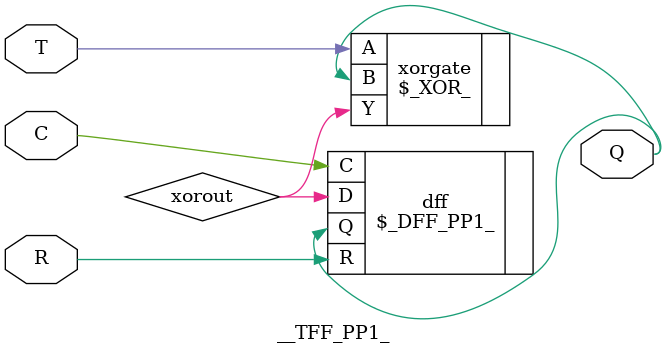
<source format=v>
module __TFF_PP1_ (T, C, R, Q);
	input T, C, R;
	output wire Q;
	wire xorout;
	$_XOR_ xorgate (
		.A(T),
		.B(Q),
		.Y(xorout),
	);
	$_DFF_PP1_ dff (
		.C(C),
		.D(xorout),
		.Q(Q),
		.R(R),
	);
endmodule
</source>
